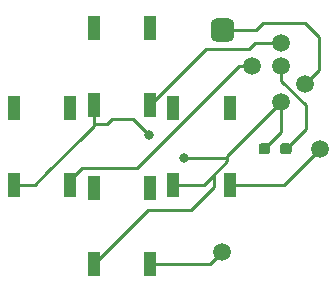
<source format=gbr>
%TF.GenerationSoftware,KiCad,Pcbnew,5.1.9+dfsg1-1*%
%TF.CreationDate,2022-06-22T08:53:18+01:00*%
%TF.ProjectId,ds_lite_clicky_d_pad,64735f6c-6974-4655-9f63-6c69636b795f,rev?*%
%TF.SameCoordinates,Original*%
%TF.FileFunction,Copper,L1,Top*%
%TF.FilePolarity,Positive*%
%FSLAX46Y46*%
G04 Gerber Fmt 4.6, Leading zero omitted, Abs format (unit mm)*
G04 Created by KiCad (PCBNEW 5.1.9+dfsg1-1) date 2022-06-22 08:53:18*
%MOMM*%
%LPD*%
G01*
G04 APERTURE LIST*
%TA.AperFunction,SMDPad,CuDef*%
%ADD10R,1.000000X2.000000*%
%TD*%
%TA.AperFunction,ComponentPad*%
%ADD11C,1.500000*%
%TD*%
%TA.AperFunction,ViaPad*%
%ADD12C,0.800000*%
%TD*%
%TA.AperFunction,Conductor*%
%ADD13C,0.250000*%
%TD*%
G04 APERTURE END LIST*
D10*
%TO.P,SW4,3*%
%TO.N,N/C*%
X147436840Y-90545920D03*
%TO.P,SW4,4*%
X152212040Y-90545920D03*
%TO.P,SW4,2*%
%TO.N,Net-(SW4-Pad2)*%
X152212040Y-97048320D03*
%TO.P,SW4,1*%
%TO.N,Net-(R1-Pad2)*%
X147436840Y-97048320D03*
%TD*%
%TO.P,SW1,3*%
%TO.N,N/C*%
X140685520Y-83789520D03*
%TO.P,SW1,4*%
X145460720Y-83789520D03*
%TO.P,SW1,2*%
%TO.N,Net-(SW1-Pad2)*%
X145460720Y-90291920D03*
%TO.P,SW1,1*%
%TO.N,Net-(R1-Pad2)*%
X140685520Y-90291920D03*
%TD*%
%TO.P,R1,1*%
%TO.N,Net-(R1-Pad1)*%
%TA.AperFunction,SMDPad,CuDef*%
G36*
G01*
X157442360Y-93772980D02*
X157442360Y-94247980D01*
G75*
G02*
X157204860Y-94485480I-237500J0D01*
G01*
X156704860Y-94485480D01*
G75*
G02*
X156467360Y-94247980I0J237500D01*
G01*
X156467360Y-93772980D01*
G75*
G02*
X156704860Y-93535480I237500J0D01*
G01*
X157204860Y-93535480D01*
G75*
G02*
X157442360Y-93772980I0J-237500D01*
G01*
G37*
%TD.AperFunction*%
%TO.P,R1,2*%
%TO.N,Net-(R1-Pad2)*%
%TA.AperFunction,SMDPad,CuDef*%
G36*
G01*
X155617360Y-93772980D02*
X155617360Y-94247980D01*
G75*
G02*
X155379860Y-94485480I-237500J0D01*
G01*
X154879860Y-94485480D01*
G75*
G02*
X154642360Y-94247980I0J237500D01*
G01*
X154642360Y-93772980D01*
G75*
G02*
X154879860Y-93535480I237500J0D01*
G01*
X155379860Y-93535480D01*
G75*
G02*
X155617360Y-93772980I0J-237500D01*
G01*
G37*
%TD.AperFunction*%
%TD*%
D11*
%TO.P,TP1,1*%
%TO.N,Net-(SW1-Pad2)*%
X156575760Y-85029040D03*
%TD*%
%TO.P,TP5,1*%
%TO.N,Net-(R1-Pad1)*%
X156575760Y-87020400D03*
%TD*%
%TO.P,TP6,1*%
%TO.N,Net-(R1-Pad2)*%
X156570680Y-90037920D03*
%TD*%
%TO.P,TP4,1*%
%TO.N,Net-(SW2-Pad2)*%
X154071320Y-87020400D03*
%TD*%
%TO.P,TP3,1*%
%TO.N,Net-(SW4-Pad2)*%
X159821880Y-94040960D03*
%TD*%
%TO.P,TP2,1*%
%TO.N,Net-(SW3-Pad2)*%
X151571960Y-102788720D03*
%TD*%
%TO.P,TP7,1*%
%TO.N,Net-(TP7-Pad1)*%
X158577280Y-88534240D03*
%TD*%
D10*
%TO.P,SW3,3*%
%TO.N,N/C*%
X140685520Y-97297240D03*
%TO.P,SW3,4*%
X145460720Y-97297240D03*
%TO.P,SW3,2*%
%TO.N,Net-(SW3-Pad2)*%
X145460720Y-103799640D03*
%TO.P,SW3,1*%
%TO.N,Net-(R1-Pad2)*%
X140685520Y-103799640D03*
%TD*%
%TO.P,SW2,3*%
%TO.N,N/C*%
X133934200Y-90551000D03*
%TO.P,SW2,4*%
X138709400Y-90551000D03*
%TO.P,SW2,2*%
%TO.N,Net-(SW2-Pad2)*%
X138709400Y-97053400D03*
%TO.P,SW2,1*%
%TO.N,Net-(R1-Pad2)*%
X133934200Y-97053400D03*
%TD*%
%TO.P,SP+,1*%
%TO.N,Net-(TP7-Pad1)*%
%TA.AperFunction,SMDPad,CuDef*%
G36*
G01*
X150602440Y-84457160D02*
X150602440Y-83457160D01*
G75*
G02*
X151102440Y-82957160I500000J0D01*
G01*
X152102440Y-82957160D01*
G75*
G02*
X152602440Y-83457160I0J-500000D01*
G01*
X152602440Y-84457160D01*
G75*
G02*
X152102440Y-84957160I-500000J0D01*
G01*
X151102440Y-84957160D01*
G75*
G02*
X150602440Y-84457160I0J500000D01*
G01*
G37*
%TD.AperFunction*%
%TD*%
D12*
%TO.N,Net-(R1-Pad2)*%
X145359120Y-92842080D03*
X148315680Y-94757240D03*
%TD*%
D13*
%TO.N,Net-(SW1-Pad2)*%
X150205440Y-85547200D02*
X145460720Y-90291920D01*
X153847450Y-85547200D02*
X150205440Y-85547200D01*
X154365610Y-85029040D02*
X153847450Y-85547200D01*
X156575760Y-85029040D02*
X154365610Y-85029040D01*
%TO.N,Net-(SW2-Pad2)*%
X153010660Y-87020400D02*
X154071320Y-87020400D01*
X139666136Y-95654704D02*
X144376356Y-95654704D01*
X144376356Y-95654704D02*
X153010660Y-87020400D01*
X138709400Y-96611440D02*
X139666136Y-95654704D01*
X138709400Y-97053400D02*
X138709400Y-96611440D01*
%TO.N,Net-(SW3-Pad2)*%
X150561040Y-103799640D02*
X151571960Y-102788720D01*
X145460720Y-103799640D02*
X150561040Y-103799640D01*
%TO.N,Net-(SW4-Pad2)*%
X156814520Y-97048320D02*
X159821880Y-94040960D01*
X152212040Y-97048320D02*
X156814520Y-97048320D01*
%TO.N,Net-(R1-Pad1)*%
X156575760Y-87020400D02*
X156575760Y-88249760D01*
X156575760Y-88249760D02*
X158628080Y-90302080D01*
X158628080Y-92337260D02*
X156954860Y-94010480D01*
X158628080Y-90302080D02*
X158628080Y-92337260D01*
%TO.N,Net-(R1-Pad2)*%
X156198000Y-90037920D02*
X156570680Y-90037920D01*
X140685520Y-92052840D02*
X140685520Y-91297760D01*
X156570680Y-92569660D02*
X155129860Y-94010480D01*
X156570680Y-90037920D02*
X156570680Y-92569660D01*
X140685520Y-91297760D02*
X140685520Y-90291920D01*
X135684960Y-97053400D02*
X136724740Y-96013620D01*
X133934200Y-97053400D02*
X135684960Y-97053400D01*
X140685520Y-103799640D02*
X145282920Y-99202240D01*
X145282920Y-99202240D02*
X148940520Y-99202240D01*
X148940520Y-99202240D02*
X150876000Y-97266760D01*
X147436840Y-97048320D02*
X150002240Y-97048320D01*
X150876000Y-97266760D02*
X150876000Y-96174560D01*
X151968200Y-95082360D02*
X150756620Y-96293940D01*
X151968200Y-94640400D02*
X151968200Y-95082360D01*
X150756620Y-96293940D02*
X150876000Y-96174560D01*
X150002240Y-97048320D02*
X150756620Y-96293940D01*
X136724740Y-96013620D02*
X139833700Y-92904660D01*
X139833700Y-92904660D02*
X140685520Y-92052840D01*
X140804261Y-91934099D02*
X141822101Y-91934099D01*
X140685520Y-92052840D02*
X140804261Y-91934099D01*
X141822101Y-91934099D02*
X142260320Y-91495880D01*
X144012920Y-91495880D02*
X145359120Y-92842080D01*
X142260320Y-91495880D02*
X144012920Y-91495880D01*
X151851360Y-94757240D02*
X152133300Y-94475300D01*
X148315680Y-94757240D02*
X151851360Y-94757240D01*
X152133300Y-94475300D02*
X151968200Y-94640400D01*
X156570680Y-90037920D02*
X152133300Y-94475300D01*
%TO.N,Net-(TP7-Pad1)*%
X151602440Y-83957160D02*
X154406600Y-83957160D01*
X154406600Y-83957160D02*
X155036520Y-83327240D01*
X155036520Y-83327240D02*
X158577280Y-83327240D01*
X158577280Y-83327240D02*
X159791400Y-84541360D01*
X159791400Y-87320120D02*
X158577280Y-88534240D01*
X159791400Y-84541360D02*
X159791400Y-87320120D01*
%TD*%
M02*

</source>
